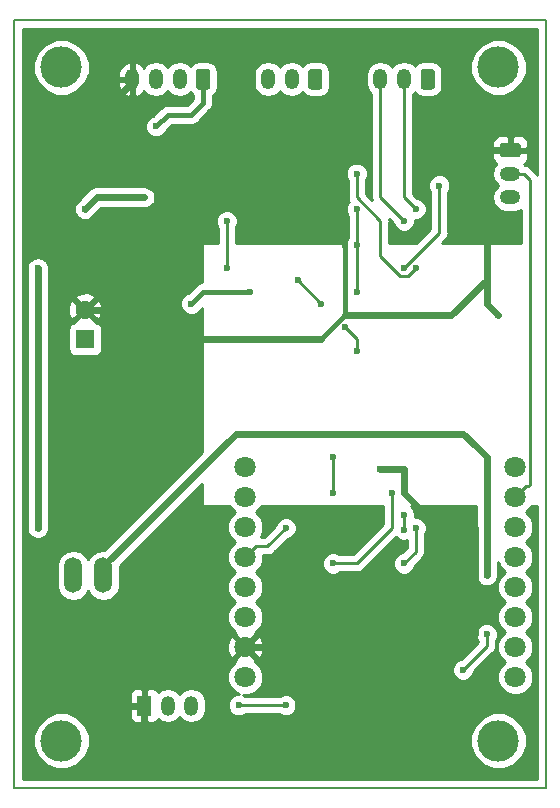
<source format=gbr>
%TF.GenerationSoftware,KiCad,Pcbnew,5.0.0*%
%TF.CreationDate,2018-10-12T22:56:55+01:00*%
%TF.ProjectId,ESP8266_home_battery_controller,455350383236365F686F6D655F626174,rev?*%
%TF.SameCoordinates,Original*%
%TF.FileFunction,Copper,L2,Bot,Signal*%
%TF.FilePolarity,Positive*%
%FSLAX46Y46*%
G04 Gerber Fmt 4.6, Leading zero omitted, Abs format (unit mm)*
G04 Created by KiCad (PCBNEW 5.0.0) date Fri Oct 12 22:56:55 2018*
%MOMM*%
%LPD*%
G01*
G04 APERTURE LIST*
%ADD10C,0.150000*%
%ADD11O,1.200000X1.750000*%
%ADD12C,0.100000*%
%ADD13C,1.200000*%
%ADD14C,1.800000*%
%ADD15C,1.600000*%
%ADD16R,1.600000X1.600000*%
%ADD17O,1.510000X3.010000*%
%ADD18R,1.200000X1.700000*%
%ADD19O,1.200000X1.700000*%
%ADD20C,3.500000*%
%ADD21O,1.750000X1.200000*%
%ADD22C,0.600000*%
%ADD23C,0.600000*%
%ADD24C,0.400000*%
%ADD25C,0.250000*%
%ADD26C,0.254000*%
G04 APERTURE END LIST*
D10*
X150000000Y-55000000D02*
X195000000Y-55000000D01*
X150000000Y-120000000D02*
X150000000Y-55000000D01*
X195000000Y-120000000D02*
X150000000Y-120000000D01*
X195000000Y-55000000D02*
X195000000Y-120000000D01*
D11*
X181000000Y-60000000D03*
X183000000Y-60000000D03*
D12*
G36*
X185374505Y-59126204D02*
X185398773Y-59129804D01*
X185422572Y-59135765D01*
X185445671Y-59144030D01*
X185467850Y-59154520D01*
X185488893Y-59167132D01*
X185508599Y-59181747D01*
X185526777Y-59198223D01*
X185543253Y-59216401D01*
X185557868Y-59236107D01*
X185570480Y-59257150D01*
X185580970Y-59279329D01*
X185589235Y-59302428D01*
X185595196Y-59326227D01*
X185598796Y-59350495D01*
X185600000Y-59374999D01*
X185600000Y-60625001D01*
X185598796Y-60649505D01*
X185595196Y-60673773D01*
X185589235Y-60697572D01*
X185580970Y-60720671D01*
X185570480Y-60742850D01*
X185557868Y-60763893D01*
X185543253Y-60783599D01*
X185526777Y-60801777D01*
X185508599Y-60818253D01*
X185488893Y-60832868D01*
X185467850Y-60845480D01*
X185445671Y-60855970D01*
X185422572Y-60864235D01*
X185398773Y-60870196D01*
X185374505Y-60873796D01*
X185350001Y-60875000D01*
X184649999Y-60875000D01*
X184625495Y-60873796D01*
X184601227Y-60870196D01*
X184577428Y-60864235D01*
X184554329Y-60855970D01*
X184532150Y-60845480D01*
X184511107Y-60832868D01*
X184491401Y-60818253D01*
X184473223Y-60801777D01*
X184456747Y-60783599D01*
X184442132Y-60763893D01*
X184429520Y-60742850D01*
X184419030Y-60720671D01*
X184410765Y-60697572D01*
X184404804Y-60673773D01*
X184401204Y-60649505D01*
X184400000Y-60625001D01*
X184400000Y-59374999D01*
X184401204Y-59350495D01*
X184404804Y-59326227D01*
X184410765Y-59302428D01*
X184419030Y-59279329D01*
X184429520Y-59257150D01*
X184442132Y-59236107D01*
X184456747Y-59216401D01*
X184473223Y-59198223D01*
X184491401Y-59181747D01*
X184511107Y-59167132D01*
X184532150Y-59154520D01*
X184554329Y-59144030D01*
X184577428Y-59135765D01*
X184601227Y-59129804D01*
X184625495Y-59126204D01*
X184649999Y-59125000D01*
X185350001Y-59125000D01*
X185374505Y-59126204D01*
X185374505Y-59126204D01*
G37*
D13*
X185000000Y-60000000D03*
D11*
X171500000Y-60000000D03*
X173500000Y-60000000D03*
D12*
G36*
X175874505Y-59126204D02*
X175898773Y-59129804D01*
X175922572Y-59135765D01*
X175945671Y-59144030D01*
X175967850Y-59154520D01*
X175988893Y-59167132D01*
X176008599Y-59181747D01*
X176026777Y-59198223D01*
X176043253Y-59216401D01*
X176057868Y-59236107D01*
X176070480Y-59257150D01*
X176080970Y-59279329D01*
X176089235Y-59302428D01*
X176095196Y-59326227D01*
X176098796Y-59350495D01*
X176100000Y-59374999D01*
X176100000Y-60625001D01*
X176098796Y-60649505D01*
X176095196Y-60673773D01*
X176089235Y-60697572D01*
X176080970Y-60720671D01*
X176070480Y-60742850D01*
X176057868Y-60763893D01*
X176043253Y-60783599D01*
X176026777Y-60801777D01*
X176008599Y-60818253D01*
X175988893Y-60832868D01*
X175967850Y-60845480D01*
X175945671Y-60855970D01*
X175922572Y-60864235D01*
X175898773Y-60870196D01*
X175874505Y-60873796D01*
X175850001Y-60875000D01*
X175149999Y-60875000D01*
X175125495Y-60873796D01*
X175101227Y-60870196D01*
X175077428Y-60864235D01*
X175054329Y-60855970D01*
X175032150Y-60845480D01*
X175011107Y-60832868D01*
X174991401Y-60818253D01*
X174973223Y-60801777D01*
X174956747Y-60783599D01*
X174942132Y-60763893D01*
X174929520Y-60742850D01*
X174919030Y-60720671D01*
X174910765Y-60697572D01*
X174904804Y-60673773D01*
X174901204Y-60649505D01*
X174900000Y-60625001D01*
X174900000Y-59374999D01*
X174901204Y-59350495D01*
X174904804Y-59326227D01*
X174910765Y-59302428D01*
X174919030Y-59279329D01*
X174929520Y-59257150D01*
X174942132Y-59236107D01*
X174956747Y-59216401D01*
X174973223Y-59198223D01*
X174991401Y-59181747D01*
X175011107Y-59167132D01*
X175032150Y-59154520D01*
X175054329Y-59144030D01*
X175077428Y-59135765D01*
X175101227Y-59129804D01*
X175125495Y-59126204D01*
X175149999Y-59125000D01*
X175850001Y-59125000D01*
X175874505Y-59126204D01*
X175874505Y-59126204D01*
G37*
D13*
X175500000Y-60000000D03*
D11*
X160000000Y-60000000D03*
X162000000Y-60000000D03*
X164000000Y-60000000D03*
D12*
G36*
X166374505Y-59126204D02*
X166398773Y-59129804D01*
X166422572Y-59135765D01*
X166445671Y-59144030D01*
X166467850Y-59154520D01*
X166488893Y-59167132D01*
X166508599Y-59181747D01*
X166526777Y-59198223D01*
X166543253Y-59216401D01*
X166557868Y-59236107D01*
X166570480Y-59257150D01*
X166580970Y-59279329D01*
X166589235Y-59302428D01*
X166595196Y-59326227D01*
X166598796Y-59350495D01*
X166600000Y-59374999D01*
X166600000Y-60625001D01*
X166598796Y-60649505D01*
X166595196Y-60673773D01*
X166589235Y-60697572D01*
X166580970Y-60720671D01*
X166570480Y-60742850D01*
X166557868Y-60763893D01*
X166543253Y-60783599D01*
X166526777Y-60801777D01*
X166508599Y-60818253D01*
X166488893Y-60832868D01*
X166467850Y-60845480D01*
X166445671Y-60855970D01*
X166422572Y-60864235D01*
X166398773Y-60870196D01*
X166374505Y-60873796D01*
X166350001Y-60875000D01*
X165649999Y-60875000D01*
X165625495Y-60873796D01*
X165601227Y-60870196D01*
X165577428Y-60864235D01*
X165554329Y-60855970D01*
X165532150Y-60845480D01*
X165511107Y-60832868D01*
X165491401Y-60818253D01*
X165473223Y-60801777D01*
X165456747Y-60783599D01*
X165442132Y-60763893D01*
X165429520Y-60742850D01*
X165419030Y-60720671D01*
X165410765Y-60697572D01*
X165404804Y-60673773D01*
X165401204Y-60649505D01*
X165400000Y-60625001D01*
X165400000Y-59374999D01*
X165401204Y-59350495D01*
X165404804Y-59326227D01*
X165410765Y-59302428D01*
X165419030Y-59279329D01*
X165429520Y-59257150D01*
X165442132Y-59236107D01*
X165456747Y-59216401D01*
X165473223Y-59198223D01*
X165491401Y-59181747D01*
X165511107Y-59167132D01*
X165532150Y-59154520D01*
X165554329Y-59144030D01*
X165577428Y-59135765D01*
X165601227Y-59129804D01*
X165625495Y-59126204D01*
X165649999Y-59125000D01*
X166350001Y-59125000D01*
X166374505Y-59126204D01*
X166374505Y-59126204D01*
G37*
D13*
X166000000Y-60000000D03*
D14*
X169570000Y-92840000D03*
X169570000Y-95380000D03*
X169570000Y-97920000D03*
X169570000Y-100460000D03*
X169570000Y-103000000D03*
X169570000Y-105540000D03*
X169570000Y-108080000D03*
X169570000Y-110620000D03*
X192430000Y-110620000D03*
X192430000Y-108080000D03*
X192430000Y-105540000D03*
X192430000Y-103000000D03*
X192430000Y-100460000D03*
X192430000Y-97920000D03*
X192430000Y-95380000D03*
X192430000Y-92840000D03*
D15*
X156000000Y-79500000D03*
D16*
X156000000Y-82000000D03*
D17*
X155000000Y-102000000D03*
X157540000Y-102000000D03*
D18*
X161000000Y-113030000D03*
D19*
X163000000Y-113030000D03*
X165000000Y-113030000D03*
D20*
X154000000Y-59000000D03*
X191000000Y-59000000D03*
X191000000Y-116000000D03*
X154000000Y-116000000D03*
D12*
G36*
X192649505Y-65401204D02*
X192673773Y-65404804D01*
X192697572Y-65410765D01*
X192720671Y-65419030D01*
X192742850Y-65429520D01*
X192763893Y-65442132D01*
X192783599Y-65456747D01*
X192801777Y-65473223D01*
X192818253Y-65491401D01*
X192832868Y-65511107D01*
X192845480Y-65532150D01*
X192855970Y-65554329D01*
X192864235Y-65577428D01*
X192870196Y-65601227D01*
X192873796Y-65625495D01*
X192875000Y-65649999D01*
X192875000Y-66350001D01*
X192873796Y-66374505D01*
X192870196Y-66398773D01*
X192864235Y-66422572D01*
X192855970Y-66445671D01*
X192845480Y-66467850D01*
X192832868Y-66488893D01*
X192818253Y-66508599D01*
X192801777Y-66526777D01*
X192783599Y-66543253D01*
X192763893Y-66557868D01*
X192742850Y-66570480D01*
X192720671Y-66580970D01*
X192697572Y-66589235D01*
X192673773Y-66595196D01*
X192649505Y-66598796D01*
X192625001Y-66600000D01*
X191374999Y-66600000D01*
X191350495Y-66598796D01*
X191326227Y-66595196D01*
X191302428Y-66589235D01*
X191279329Y-66580970D01*
X191257150Y-66570480D01*
X191236107Y-66557868D01*
X191216401Y-66543253D01*
X191198223Y-66526777D01*
X191181747Y-66508599D01*
X191167132Y-66488893D01*
X191154520Y-66467850D01*
X191144030Y-66445671D01*
X191135765Y-66422572D01*
X191129804Y-66398773D01*
X191126204Y-66374505D01*
X191125000Y-66350001D01*
X191125000Y-65649999D01*
X191126204Y-65625495D01*
X191129804Y-65601227D01*
X191135765Y-65577428D01*
X191144030Y-65554329D01*
X191154520Y-65532150D01*
X191167132Y-65511107D01*
X191181747Y-65491401D01*
X191198223Y-65473223D01*
X191216401Y-65456747D01*
X191236107Y-65442132D01*
X191257150Y-65429520D01*
X191279329Y-65419030D01*
X191302428Y-65410765D01*
X191326227Y-65404804D01*
X191350495Y-65401204D01*
X191374999Y-65400000D01*
X192625001Y-65400000D01*
X192649505Y-65401204D01*
X192649505Y-65401204D01*
G37*
D13*
X192000000Y-66000000D03*
D21*
X192000000Y-68000000D03*
X192000000Y-70000000D03*
D22*
X189000000Y-98000000D03*
X181000000Y-93000000D03*
X163000000Y-94000000D03*
X164000000Y-82000000D03*
X176000000Y-82000000D03*
X178000000Y-74000000D03*
X190000000Y-77000000D03*
X191000000Y-80000000D03*
X186000000Y-98000000D03*
X184000000Y-108000000D03*
X190000000Y-107000000D03*
X188000000Y-110000000D03*
X173000000Y-113000000D03*
X169000000Y-113000000D03*
X183000000Y-98125000D03*
X183000000Y-96875000D03*
X190000000Y-102000000D03*
X177000000Y-90000000D03*
X188000000Y-90000000D03*
X162000000Y-64000000D03*
X152000000Y-98000000D03*
X152000000Y-76000000D03*
X156000000Y-71000000D03*
X161000000Y-70000000D03*
X173000000Y-98000000D03*
X179000000Y-83000000D03*
X178000000Y-81000000D03*
X176000000Y-79000000D03*
X174000000Y-77000000D03*
X168000000Y-76000000D03*
X168000000Y-72000000D03*
X184000000Y-71000000D03*
X183000000Y-72000000D03*
X177000000Y-92000000D03*
X177000000Y-95000000D03*
X170000000Y-78000000D03*
X165000000Y-79000000D03*
X179000000Y-71000000D03*
X179000000Y-74000000D03*
X179000000Y-77999954D03*
X179000000Y-68000000D03*
X184000000Y-76000000D03*
X186000000Y-69000000D03*
X183000000Y-76000000D03*
X177000000Y-101000000D03*
X182000000Y-95000000D03*
X183000000Y-101000000D03*
X184000000Y-98000000D03*
D23*
X161000000Y-113030000D02*
X161000000Y-116000000D01*
X161000000Y-116000000D02*
X163000000Y-118000000D01*
X163000000Y-118000000D02*
X172000000Y-118000000D01*
X172000000Y-118000000D02*
X174000000Y-116000000D01*
X174000000Y-116000000D02*
X174000000Y-110000000D01*
X174000000Y-110000000D02*
X172000000Y-108000000D01*
X171920000Y-108080000D02*
X169570000Y-108080000D01*
X172000000Y-108000000D02*
X171920000Y-108080000D01*
X189000000Y-98000000D02*
X189000000Y-107000000D01*
X189000000Y-107000000D02*
X186000000Y-110000000D01*
X181000000Y-93000000D02*
X183000000Y-93000000D01*
X183000000Y-93000000D02*
X183000000Y-95000000D01*
X183000000Y-95000000D02*
X186000000Y-98000000D01*
X186000000Y-98000000D02*
X189000000Y-98000000D01*
X159800000Y-113030000D02*
X155770000Y-109000000D01*
X161000000Y-113030000D02*
X159800000Y-113030000D01*
X155770000Y-109000000D02*
X153000000Y-109000000D01*
X153000000Y-109000000D02*
X152000000Y-108000000D01*
X152000000Y-108000000D02*
X152000000Y-100000000D01*
X152000000Y-100000000D02*
X156000000Y-96000000D01*
X156000000Y-96000000D02*
X161000000Y-96000000D01*
X161000000Y-96000000D02*
X163000000Y-94000000D01*
X163000000Y-94000000D02*
X163000000Y-90000000D01*
X163000000Y-90000000D02*
X160000000Y-87000000D01*
X159500000Y-79500000D02*
X156000000Y-79500000D01*
X160000000Y-80000000D02*
X159500000Y-79500000D01*
X164000000Y-82000000D02*
X160000000Y-82000000D01*
X160000000Y-87000000D02*
X160000000Y-82000000D01*
X160000000Y-82000000D02*
X160000000Y-80000000D01*
X164000000Y-82000000D02*
X176000000Y-82000000D01*
X154000000Y-66800000D02*
X154000000Y-77500000D01*
X154000000Y-77500000D02*
X156000000Y-79500000D01*
X158800000Y-62000000D02*
X154000000Y-66800000D01*
D24*
X176000000Y-82000000D02*
X178000000Y-80000000D01*
X178000000Y-80000000D02*
X178000000Y-74000000D01*
D23*
X178000000Y-80000000D02*
X185000000Y-80000000D01*
X185000000Y-80000000D02*
X187000000Y-80000000D01*
X187000000Y-80000000D02*
X190000000Y-77000000D01*
X190000000Y-71815998D02*
X189000000Y-70815998D01*
X190000000Y-77000000D02*
X190000000Y-71815998D01*
X189000000Y-70815998D02*
X189000000Y-67000000D01*
X190000000Y-66000000D02*
X192000000Y-66000000D01*
X189000000Y-67000000D02*
X190000000Y-66000000D01*
X190000000Y-77000000D02*
X190000000Y-79000000D01*
X190000000Y-79000000D02*
X191000000Y-80000000D01*
X160000000Y-60275000D02*
X160000000Y-60000000D01*
X158800000Y-61475000D02*
X160000000Y-60275000D01*
X158800000Y-62000000D02*
X158800000Y-61475000D01*
D25*
X184000000Y-108000000D02*
X184000000Y-110000000D01*
D23*
X186000000Y-110000000D02*
X184000000Y-110000000D01*
X184000000Y-110000000D02*
X174000000Y-110000000D01*
D25*
X190000000Y-107000000D02*
X190000000Y-108000000D01*
X190000000Y-108000000D02*
X188000000Y-110000000D01*
X173000000Y-113000000D02*
X169000000Y-113000000D01*
X183000000Y-98125000D02*
X183000000Y-96875000D01*
D23*
X190000000Y-102000000D02*
X190000000Y-92000000D01*
X190000000Y-92000000D02*
X189000000Y-91000000D01*
X189000000Y-91000000D02*
X188000000Y-90000000D01*
X188000000Y-90000000D02*
X183000000Y-90000000D01*
D25*
X157540000Y-101250000D02*
X157540000Y-102000000D01*
D23*
X168790000Y-90000000D02*
X157540000Y-101250000D01*
X171000000Y-90000000D02*
X168790000Y-90000000D01*
X171000000Y-90000000D02*
X177000000Y-90000000D01*
X177000000Y-90000000D02*
X183000000Y-90000000D01*
D24*
X162000000Y-64000000D02*
X163000000Y-63000000D01*
X163000000Y-63000000D02*
X165000000Y-63000000D01*
X166000000Y-62000000D02*
X166000000Y-60000000D01*
X165000000Y-63000000D02*
X166000000Y-62000000D01*
D23*
X152000000Y-98000000D02*
X152000000Y-76000000D01*
X156000000Y-71000000D02*
X157000000Y-70000000D01*
X157000000Y-70000000D02*
X161000000Y-70000000D01*
D25*
X170469999Y-99560001D02*
X171439999Y-99560001D01*
X169570000Y-100460000D02*
X170469999Y-99560001D01*
X171439999Y-99560001D02*
X173000000Y-98000000D01*
X179000000Y-83000000D02*
X179000000Y-82000000D01*
X179000000Y-82000000D02*
X178000000Y-81000000D01*
X176000000Y-79000000D02*
X174000000Y-77000000D01*
X168000000Y-76000000D02*
X168000000Y-72000000D01*
X183000000Y-70000000D02*
X183000000Y-60000000D01*
X184000000Y-71000000D02*
X184000000Y-71000000D01*
X184000000Y-71000000D02*
X183000000Y-70000000D01*
X183000000Y-72000000D02*
X183000000Y-72000000D01*
X181000000Y-70000000D02*
X181000000Y-63000000D01*
X181000000Y-63000000D02*
X181000000Y-60000000D01*
X183000000Y-72000000D02*
X181000000Y-70000000D01*
X177000000Y-92000000D02*
X177000000Y-95000000D01*
D24*
X170000000Y-78000000D02*
X167000000Y-78000000D01*
X167000000Y-78000000D02*
X166000000Y-78000000D01*
X166000000Y-78000000D02*
X165000000Y-79000000D01*
D25*
X179000000Y-74000000D02*
X179000000Y-71000000D01*
X179000000Y-74000000D02*
X179000000Y-77999954D01*
X179000000Y-70000000D02*
X179000000Y-68000000D01*
X179000000Y-70000000D02*
X181000000Y-72000000D01*
X181000000Y-72000000D02*
X181000000Y-75000000D01*
X183374999Y-76625001D02*
X184000000Y-76000000D01*
X181000000Y-75000000D02*
X182625001Y-76625001D01*
X182625001Y-76625001D02*
X183374999Y-76625001D01*
X186000000Y-69000000D02*
X186000000Y-73000000D01*
X186000000Y-73000000D02*
X183000000Y-76000000D01*
X177000000Y-101000000D02*
X179000000Y-101000000D01*
X179000000Y-101000000D02*
X182000000Y-98000000D01*
X182000000Y-98000000D02*
X182000000Y-95000000D01*
X183000000Y-101000000D02*
X184000000Y-100000000D01*
X184000000Y-98424264D02*
X184000000Y-98000000D01*
X184000000Y-100000000D02*
X184000000Y-98424264D01*
X193655001Y-68530001D02*
X193125000Y-68000000D01*
X193655001Y-94344999D02*
X193655001Y-68530001D01*
X193519999Y-94480001D02*
X193655001Y-94344999D01*
X193329999Y-94480001D02*
X193519999Y-94480001D01*
X193125000Y-68000000D02*
X192000000Y-68000000D01*
X192430000Y-95380000D02*
X193329999Y-94480001D01*
D26*
G36*
X194290000Y-68112382D02*
X194202930Y-67982072D01*
X194139473Y-67939672D01*
X193715331Y-67515530D01*
X193672929Y-67452071D01*
X193421537Y-67284096D01*
X193260576Y-67252079D01*
X193195436Y-67154590D01*
X193234699Y-67138327D01*
X193413327Y-66959698D01*
X193510000Y-66726309D01*
X193510000Y-66285750D01*
X193351250Y-66127000D01*
X192127000Y-66127000D01*
X192127000Y-66147000D01*
X191873000Y-66147000D01*
X191873000Y-66127000D01*
X190648750Y-66127000D01*
X190490000Y-66285750D01*
X190490000Y-66726309D01*
X190586673Y-66959698D01*
X190765301Y-67138327D01*
X190804564Y-67154590D01*
X190561656Y-67518127D01*
X190465805Y-68000000D01*
X190561656Y-68481873D01*
X190834615Y-68890385D01*
X190998665Y-69000000D01*
X190834615Y-69109615D01*
X190561656Y-69518127D01*
X190465805Y-70000000D01*
X190561656Y-70481873D01*
X190834615Y-70890385D01*
X191243127Y-71163344D01*
X191603364Y-71235000D01*
X192396636Y-71235000D01*
X192756873Y-71163344D01*
X192895002Y-71071049D01*
X192895002Y-73873000D01*
X186201802Y-73873000D01*
X186484473Y-73590329D01*
X186547929Y-73547929D01*
X186611979Y-73452071D01*
X186715904Y-73296538D01*
X186725480Y-73248395D01*
X186760000Y-73074852D01*
X186760000Y-73074848D01*
X186774888Y-73000000D01*
X186760000Y-72925152D01*
X186760000Y-69562290D01*
X186792655Y-69529635D01*
X186935000Y-69185983D01*
X186935000Y-68814017D01*
X186792655Y-68470365D01*
X186529635Y-68207345D01*
X186185983Y-68065000D01*
X185814017Y-68065000D01*
X185470365Y-68207345D01*
X185207345Y-68470365D01*
X185065000Y-68814017D01*
X185065000Y-69185983D01*
X185207345Y-69529635D01*
X185240000Y-69562290D01*
X185240001Y-72685197D01*
X184052198Y-73873000D01*
X181760000Y-73873000D01*
X181760000Y-72074846D01*
X181774888Y-71999999D01*
X181760000Y-71925152D01*
X181760000Y-71925148D01*
X181737567Y-71812368D01*
X182065000Y-72139802D01*
X182065000Y-72185983D01*
X182207345Y-72529635D01*
X182470365Y-72792655D01*
X182814017Y-72935000D01*
X183185983Y-72935000D01*
X183529635Y-72792655D01*
X183792655Y-72529635D01*
X183935000Y-72185983D01*
X183935000Y-71935000D01*
X184185983Y-71935000D01*
X184529635Y-71792655D01*
X184792655Y-71529635D01*
X184935000Y-71185983D01*
X184935000Y-70814017D01*
X184792655Y-70470365D01*
X184529635Y-70207345D01*
X184185983Y-70065000D01*
X184139802Y-70065000D01*
X183760000Y-69685199D01*
X183760000Y-65273691D01*
X190490000Y-65273691D01*
X190490000Y-65714250D01*
X190648750Y-65873000D01*
X191873000Y-65873000D01*
X191873000Y-64923750D01*
X192127000Y-64923750D01*
X192127000Y-65873000D01*
X193351250Y-65873000D01*
X193510000Y-65714250D01*
X193510000Y-65273691D01*
X193413327Y-65040302D01*
X193234699Y-64861673D01*
X193001310Y-64765000D01*
X192285750Y-64765000D01*
X192127000Y-64923750D01*
X191873000Y-64923750D01*
X191714250Y-64765000D01*
X190998690Y-64765000D01*
X190765301Y-64861673D01*
X190586673Y-65040302D01*
X190490000Y-65273691D01*
X183760000Y-65273691D01*
X183760000Y-61252505D01*
X183890385Y-61165385D01*
X183921428Y-61118926D01*
X184015414Y-61259586D01*
X184306564Y-61454127D01*
X184649999Y-61522440D01*
X185350001Y-61522440D01*
X185693436Y-61454127D01*
X185984586Y-61259586D01*
X186179127Y-60968436D01*
X186247440Y-60625001D01*
X186247440Y-59374999D01*
X186179127Y-59031564D01*
X185984586Y-58740414D01*
X185693436Y-58545873D01*
X185591486Y-58525594D01*
X188615000Y-58525594D01*
X188615000Y-59474406D01*
X188978095Y-60350994D01*
X189649006Y-61021905D01*
X190525594Y-61385000D01*
X191474406Y-61385000D01*
X192350994Y-61021905D01*
X193021905Y-60350994D01*
X193385000Y-59474406D01*
X193385000Y-58525594D01*
X193021905Y-57649006D01*
X192350994Y-56978095D01*
X191474406Y-56615000D01*
X190525594Y-56615000D01*
X189649006Y-56978095D01*
X188978095Y-57649006D01*
X188615000Y-58525594D01*
X185591486Y-58525594D01*
X185350001Y-58477560D01*
X184649999Y-58477560D01*
X184306564Y-58545873D01*
X184015414Y-58740414D01*
X183921428Y-58881074D01*
X183890385Y-58834615D01*
X183481873Y-58561656D01*
X183000000Y-58465805D01*
X182518128Y-58561656D01*
X182109616Y-58834615D01*
X182000000Y-58998666D01*
X181890385Y-58834615D01*
X181481873Y-58561656D01*
X181000000Y-58465805D01*
X180518128Y-58561656D01*
X180109616Y-58834615D01*
X179836656Y-59243127D01*
X179765000Y-59603364D01*
X179765000Y-60396635D01*
X179836656Y-60756872D01*
X180109615Y-61165385D01*
X180240001Y-61252506D01*
X180240000Y-63074851D01*
X180240001Y-63074856D01*
X180240000Y-69925153D01*
X180225112Y-70000000D01*
X180240000Y-70074847D01*
X180240000Y-70074851D01*
X180262434Y-70187632D01*
X179760000Y-69685199D01*
X179760000Y-68562290D01*
X179792655Y-68529635D01*
X179935000Y-68185983D01*
X179935000Y-67814017D01*
X179792655Y-67470365D01*
X179529635Y-67207345D01*
X179185983Y-67065000D01*
X178814017Y-67065000D01*
X178470365Y-67207345D01*
X178207345Y-67470365D01*
X178065000Y-67814017D01*
X178065000Y-68185983D01*
X178207345Y-68529635D01*
X178240001Y-68562291D01*
X178240000Y-69925153D01*
X178225112Y-70000000D01*
X178240000Y-70074847D01*
X178240000Y-70074851D01*
X178284096Y-70296536D01*
X178322980Y-70354730D01*
X178207345Y-70470365D01*
X178065000Y-70814017D01*
X178065000Y-71185983D01*
X178207345Y-71529635D01*
X178240001Y-71562291D01*
X178240000Y-73437710D01*
X178207345Y-73470365D01*
X178065000Y-73814017D01*
X178065000Y-73873000D01*
X168760000Y-73873000D01*
X168760000Y-72562290D01*
X168792655Y-72529635D01*
X168935000Y-72185983D01*
X168935000Y-71814017D01*
X168792655Y-71470365D01*
X168529635Y-71207345D01*
X168185983Y-71065000D01*
X167814017Y-71065000D01*
X167470365Y-71207345D01*
X167207345Y-71470365D01*
X167065000Y-71814017D01*
X167065000Y-72185983D01*
X167207345Y-72529635D01*
X167240001Y-72562291D01*
X167240001Y-73873000D01*
X166000000Y-73873000D01*
X165951399Y-73882667D01*
X165910197Y-73910197D01*
X165882667Y-73951399D01*
X165873000Y-74000000D01*
X165873000Y-77173904D01*
X165674199Y-77213448D01*
X165397999Y-77397999D01*
X165351415Y-77467718D01*
X164711788Y-78107344D01*
X164470365Y-78207345D01*
X164207345Y-78470365D01*
X164065000Y-78814017D01*
X164065000Y-79185983D01*
X164207345Y-79529635D01*
X164470365Y-79792655D01*
X164814017Y-79935000D01*
X165185983Y-79935000D01*
X165529635Y-79792655D01*
X165792655Y-79529635D01*
X165873000Y-79335666D01*
X165873000Y-91594711D01*
X157619190Y-99848521D01*
X157540000Y-99832769D01*
X156997649Y-99940649D01*
X156537866Y-100247867D01*
X156270000Y-100648757D01*
X156002133Y-100247866D01*
X155542350Y-99940649D01*
X155000000Y-99832769D01*
X154457649Y-99940649D01*
X153997866Y-100247867D01*
X153690649Y-100707650D01*
X153610000Y-101113101D01*
X153610000Y-102886900D01*
X153690650Y-103292351D01*
X153997867Y-103752134D01*
X154457650Y-104059351D01*
X155000000Y-104167231D01*
X155542351Y-104059351D01*
X156002134Y-103752134D01*
X156270001Y-103351243D01*
X156537867Y-103752134D01*
X156997650Y-104059351D01*
X157540000Y-104167231D01*
X158082351Y-104059351D01*
X158542134Y-103752134D01*
X158849351Y-103292351D01*
X158930000Y-102886900D01*
X158930000Y-101182289D01*
X165873000Y-94239289D01*
X165873000Y-96000000D01*
X165882667Y-96048601D01*
X165910197Y-96089803D01*
X165951399Y-96117333D01*
X166000000Y-96127000D01*
X168217946Y-96127000D01*
X168268690Y-96249507D01*
X168669183Y-96650000D01*
X168268690Y-97050493D01*
X168035000Y-97614670D01*
X168035000Y-98225330D01*
X168268690Y-98789507D01*
X168669183Y-99190000D01*
X168268690Y-99590493D01*
X168035000Y-100154670D01*
X168035000Y-100765330D01*
X168268690Y-101329507D01*
X168669183Y-101730000D01*
X168268690Y-102130493D01*
X168035000Y-102694670D01*
X168035000Y-103305330D01*
X168268690Y-103869507D01*
X168669183Y-104270000D01*
X168268690Y-104670493D01*
X168035000Y-105234670D01*
X168035000Y-105845330D01*
X168268690Y-106409507D01*
X168700493Y-106841310D01*
X168720115Y-106849438D01*
X168669446Y-106999841D01*
X169570000Y-107900395D01*
X170470554Y-106999841D01*
X170419885Y-106849438D01*
X170439507Y-106841310D01*
X170871310Y-106409507D01*
X171105000Y-105845330D01*
X171105000Y-105234670D01*
X170871310Y-104670493D01*
X170470817Y-104270000D01*
X170871310Y-103869507D01*
X171105000Y-103305330D01*
X171105000Y-102694670D01*
X170871310Y-102130493D01*
X170470817Y-101730000D01*
X170871310Y-101329507D01*
X171105000Y-100765330D01*
X171105000Y-100320001D01*
X171365152Y-100320001D01*
X171439999Y-100334889D01*
X171514846Y-100320001D01*
X171514851Y-100320001D01*
X171736536Y-100275905D01*
X171987928Y-100107930D01*
X172030330Y-100044471D01*
X173139802Y-98935000D01*
X173185983Y-98935000D01*
X173529635Y-98792655D01*
X173792655Y-98529635D01*
X173935000Y-98185983D01*
X173935000Y-97814017D01*
X173792655Y-97470365D01*
X173529635Y-97207345D01*
X173185983Y-97065000D01*
X172814017Y-97065000D01*
X172470365Y-97207345D01*
X172207345Y-97470365D01*
X172065000Y-97814017D01*
X172065000Y-97860198D01*
X171125198Y-98800001D01*
X170860816Y-98800001D01*
X170871310Y-98789507D01*
X171105000Y-98225330D01*
X171105000Y-97614670D01*
X170871310Y-97050493D01*
X170470817Y-96650000D01*
X170871310Y-96249507D01*
X170922054Y-96127000D01*
X181240001Y-96127000D01*
X181240000Y-97685198D01*
X178685199Y-100240000D01*
X177562290Y-100240000D01*
X177529635Y-100207345D01*
X177185983Y-100065000D01*
X176814017Y-100065000D01*
X176470365Y-100207345D01*
X176207345Y-100470365D01*
X176065000Y-100814017D01*
X176065000Y-101185983D01*
X176207345Y-101529635D01*
X176470365Y-101792655D01*
X176814017Y-101935000D01*
X177185983Y-101935000D01*
X177529635Y-101792655D01*
X177562290Y-101760000D01*
X178925153Y-101760000D01*
X179000000Y-101774888D01*
X179074847Y-101760000D01*
X179074852Y-101760000D01*
X179296537Y-101715904D01*
X179547929Y-101547929D01*
X179590331Y-101484470D01*
X182313756Y-98761046D01*
X182470365Y-98917655D01*
X182814017Y-99060000D01*
X183185983Y-99060000D01*
X183240001Y-99037625D01*
X183240000Y-99685198D01*
X182860199Y-100065000D01*
X182814017Y-100065000D01*
X182470365Y-100207345D01*
X182207345Y-100470365D01*
X182065000Y-100814017D01*
X182065000Y-101185983D01*
X182207345Y-101529635D01*
X182470365Y-101792655D01*
X182814017Y-101935000D01*
X183185983Y-101935000D01*
X183529635Y-101792655D01*
X183792655Y-101529635D01*
X183935000Y-101185983D01*
X183935000Y-101139801D01*
X184484473Y-100590329D01*
X184547929Y-100547929D01*
X184715904Y-100296537D01*
X184760000Y-100074852D01*
X184760000Y-100074848D01*
X184774888Y-100000000D01*
X184760000Y-99925152D01*
X184760000Y-98562290D01*
X184792655Y-98529635D01*
X184935000Y-98185983D01*
X184935000Y-97814017D01*
X184792655Y-97470365D01*
X184529635Y-97207345D01*
X184185983Y-97065000D01*
X183933336Y-97065000D01*
X183935000Y-97060983D01*
X183935000Y-96689017D01*
X183792655Y-96345365D01*
X183574290Y-96127000D01*
X189065001Y-96127000D01*
X189065000Y-101814017D01*
X189065000Y-102185983D01*
X189100933Y-102272734D01*
X189119250Y-102364818D01*
X189171411Y-102442883D01*
X189207345Y-102529635D01*
X189273741Y-102596031D01*
X189325903Y-102674097D01*
X189403969Y-102726259D01*
X189470365Y-102792655D01*
X189557115Y-102828588D01*
X189635181Y-102880750D01*
X189727267Y-102899067D01*
X189814017Y-102935000D01*
X189907914Y-102935000D01*
X190000000Y-102953317D01*
X190092086Y-102935000D01*
X190185983Y-102935000D01*
X190272734Y-102899067D01*
X190364818Y-102880750D01*
X190442883Y-102828589D01*
X190529635Y-102792655D01*
X190596031Y-102726259D01*
X190674097Y-102674097D01*
X190726259Y-102596031D01*
X190792655Y-102529635D01*
X190828588Y-102442885D01*
X190880750Y-102364819D01*
X190899067Y-102272733D01*
X190935000Y-102185983D01*
X190935000Y-100861898D01*
X191128690Y-101329507D01*
X191529183Y-101730000D01*
X191128690Y-102130493D01*
X190895000Y-102694670D01*
X190895000Y-103305330D01*
X191128690Y-103869507D01*
X191529183Y-104270000D01*
X191128690Y-104670493D01*
X190895000Y-105234670D01*
X190895000Y-105845330D01*
X191128690Y-106409507D01*
X191529183Y-106810000D01*
X191128690Y-107210493D01*
X190895000Y-107774670D01*
X190895000Y-108385330D01*
X191128690Y-108949507D01*
X191529183Y-109350000D01*
X191128690Y-109750493D01*
X190895000Y-110314670D01*
X190895000Y-110925330D01*
X191128690Y-111489507D01*
X191560493Y-111921310D01*
X192124670Y-112155000D01*
X192735330Y-112155000D01*
X193299507Y-111921310D01*
X193731310Y-111489507D01*
X193965000Y-110925330D01*
X193965000Y-110314670D01*
X193731310Y-109750493D01*
X193330817Y-109350000D01*
X193731310Y-108949507D01*
X193965000Y-108385330D01*
X193965000Y-107774670D01*
X193731310Y-107210493D01*
X193330817Y-106810000D01*
X193731310Y-106409507D01*
X193965000Y-105845330D01*
X193965000Y-105234670D01*
X193731310Y-104670493D01*
X193330817Y-104270000D01*
X193731310Y-103869507D01*
X193965000Y-103305330D01*
X193965000Y-102694670D01*
X193731310Y-102130493D01*
X193330817Y-101730000D01*
X193731310Y-101329507D01*
X193965000Y-100765330D01*
X193965000Y-100154670D01*
X193731310Y-99590493D01*
X193330817Y-99190000D01*
X193731310Y-98789507D01*
X193965000Y-98225330D01*
X193965000Y-97614670D01*
X193731310Y-97050493D01*
X193330817Y-96650000D01*
X193731310Y-96249507D01*
X193782054Y-96127000D01*
X194290001Y-96127000D01*
X194290001Y-119290000D01*
X150710000Y-119290000D01*
X150710000Y-115525594D01*
X151615000Y-115525594D01*
X151615000Y-116474406D01*
X151978095Y-117350994D01*
X152649006Y-118021905D01*
X153525594Y-118385000D01*
X154474406Y-118385000D01*
X155350994Y-118021905D01*
X156021905Y-117350994D01*
X156385000Y-116474406D01*
X156385000Y-115525594D01*
X188615000Y-115525594D01*
X188615000Y-116474406D01*
X188978095Y-117350994D01*
X189649006Y-118021905D01*
X190525594Y-118385000D01*
X191474406Y-118385000D01*
X192350994Y-118021905D01*
X193021905Y-117350994D01*
X193385000Y-116474406D01*
X193385000Y-115525594D01*
X193021905Y-114649006D01*
X192350994Y-113978095D01*
X191474406Y-113615000D01*
X190525594Y-113615000D01*
X189649006Y-113978095D01*
X188978095Y-114649006D01*
X188615000Y-115525594D01*
X156385000Y-115525594D01*
X156021905Y-114649006D01*
X155350994Y-113978095D01*
X154474406Y-113615000D01*
X153525594Y-113615000D01*
X152649006Y-113978095D01*
X151978095Y-114649006D01*
X151615000Y-115525594D01*
X150710000Y-115525594D01*
X150710000Y-113315750D01*
X159765000Y-113315750D01*
X159765000Y-114006310D01*
X159861673Y-114239699D01*
X160040302Y-114418327D01*
X160273691Y-114515000D01*
X160714250Y-114515000D01*
X160873000Y-114356250D01*
X160873000Y-113157000D01*
X159923750Y-113157000D01*
X159765000Y-113315750D01*
X150710000Y-113315750D01*
X150710000Y-112053690D01*
X159765000Y-112053690D01*
X159765000Y-112744250D01*
X159923750Y-112903000D01*
X160873000Y-112903000D01*
X160873000Y-111703750D01*
X161127000Y-111703750D01*
X161127000Y-112903000D01*
X161147000Y-112903000D01*
X161147000Y-113157000D01*
X161127000Y-113157000D01*
X161127000Y-114356250D01*
X161285750Y-114515000D01*
X161726309Y-114515000D01*
X161959698Y-114418327D01*
X162138327Y-114239699D01*
X162154590Y-114200436D01*
X162518128Y-114443344D01*
X163000000Y-114539195D01*
X163481873Y-114443344D01*
X163890385Y-114170385D01*
X164000000Y-114006334D01*
X164109616Y-114170385D01*
X164518128Y-114443344D01*
X165000000Y-114539195D01*
X165481873Y-114443344D01*
X165890385Y-114170385D01*
X166163344Y-113761872D01*
X166235000Y-113401635D01*
X166235000Y-112658364D01*
X166163344Y-112298127D01*
X165890385Y-111889615D01*
X165481872Y-111616656D01*
X165000000Y-111520805D01*
X164518127Y-111616656D01*
X164109615Y-111889615D01*
X164000000Y-112053666D01*
X163890385Y-111889615D01*
X163481872Y-111616656D01*
X163000000Y-111520805D01*
X162518127Y-111616656D01*
X162154590Y-111859564D01*
X162138327Y-111820301D01*
X161959698Y-111641673D01*
X161726309Y-111545000D01*
X161285750Y-111545000D01*
X161127000Y-111703750D01*
X160873000Y-111703750D01*
X160714250Y-111545000D01*
X160273691Y-111545000D01*
X160040302Y-111641673D01*
X159861673Y-111820301D01*
X159765000Y-112053690D01*
X150710000Y-112053690D01*
X150710000Y-110314670D01*
X168035000Y-110314670D01*
X168035000Y-110925330D01*
X168268690Y-111489507D01*
X168700493Y-111921310D01*
X169047391Y-112065000D01*
X168814017Y-112065000D01*
X168470365Y-112207345D01*
X168207345Y-112470365D01*
X168065000Y-112814017D01*
X168065000Y-113185983D01*
X168207345Y-113529635D01*
X168470365Y-113792655D01*
X168814017Y-113935000D01*
X169185983Y-113935000D01*
X169529635Y-113792655D01*
X169562290Y-113760000D01*
X172437710Y-113760000D01*
X172470365Y-113792655D01*
X172814017Y-113935000D01*
X173185983Y-113935000D01*
X173529635Y-113792655D01*
X173792655Y-113529635D01*
X173935000Y-113185983D01*
X173935000Y-112814017D01*
X173792655Y-112470365D01*
X173529635Y-112207345D01*
X173185983Y-112065000D01*
X172814017Y-112065000D01*
X172470365Y-112207345D01*
X172437710Y-112240000D01*
X169562290Y-112240000D01*
X169529635Y-112207345D01*
X169403263Y-112155000D01*
X169875330Y-112155000D01*
X170439507Y-111921310D01*
X170871310Y-111489507D01*
X171105000Y-110925330D01*
X171105000Y-110314670D01*
X170897623Y-109814017D01*
X187065000Y-109814017D01*
X187065000Y-110185983D01*
X187207345Y-110529635D01*
X187470365Y-110792655D01*
X187814017Y-110935000D01*
X188185983Y-110935000D01*
X188529635Y-110792655D01*
X188792655Y-110529635D01*
X188935000Y-110185983D01*
X188935000Y-110139801D01*
X190484473Y-108590329D01*
X190547929Y-108547929D01*
X190715904Y-108296537D01*
X190760000Y-108074852D01*
X190760000Y-108074848D01*
X190774888Y-108000001D01*
X190760000Y-107925154D01*
X190760000Y-107562290D01*
X190792655Y-107529635D01*
X190935000Y-107185983D01*
X190935000Y-106814017D01*
X190792655Y-106470365D01*
X190529635Y-106207345D01*
X190185983Y-106065000D01*
X189814017Y-106065000D01*
X189470365Y-106207345D01*
X189207345Y-106470365D01*
X189065000Y-106814017D01*
X189065000Y-107185983D01*
X189207345Y-107529635D01*
X189240001Y-107562291D01*
X189240001Y-107685197D01*
X187860199Y-109065000D01*
X187814017Y-109065000D01*
X187470365Y-109207345D01*
X187207345Y-109470365D01*
X187065000Y-109814017D01*
X170897623Y-109814017D01*
X170871310Y-109750493D01*
X170439507Y-109318690D01*
X170419885Y-109310562D01*
X170470554Y-109160159D01*
X169570000Y-108259605D01*
X168669446Y-109160159D01*
X168720115Y-109310562D01*
X168700493Y-109318690D01*
X168268690Y-109750493D01*
X168035000Y-110314670D01*
X150710000Y-110314670D01*
X150710000Y-107839336D01*
X168023542Y-107839336D01*
X168049161Y-108449460D01*
X168233357Y-108894148D01*
X168489841Y-108980554D01*
X169390395Y-108080000D01*
X169749605Y-108080000D01*
X170650159Y-108980554D01*
X170906643Y-108894148D01*
X171116458Y-108320664D01*
X171090839Y-107710540D01*
X170906643Y-107265852D01*
X170650159Y-107179446D01*
X169749605Y-108080000D01*
X169390395Y-108080000D01*
X168489841Y-107179446D01*
X168233357Y-107265852D01*
X168023542Y-107839336D01*
X150710000Y-107839336D01*
X150710000Y-75814017D01*
X151065000Y-75814017D01*
X151065000Y-76185983D01*
X151065001Y-76185985D01*
X151065000Y-97814017D01*
X151065000Y-98185983D01*
X151100933Y-98272734D01*
X151119250Y-98364818D01*
X151171411Y-98442883D01*
X151207345Y-98529635D01*
X151273741Y-98596031D01*
X151325903Y-98674097D01*
X151403969Y-98726259D01*
X151470365Y-98792655D01*
X151557115Y-98828588D01*
X151635181Y-98880750D01*
X151727267Y-98899067D01*
X151814017Y-98935000D01*
X151907914Y-98935000D01*
X152000000Y-98953317D01*
X152092086Y-98935000D01*
X152185983Y-98935000D01*
X152272734Y-98899067D01*
X152364818Y-98880750D01*
X152442883Y-98828589D01*
X152529635Y-98792655D01*
X152596031Y-98726259D01*
X152674097Y-98674097D01*
X152726259Y-98596031D01*
X152792655Y-98529635D01*
X152828588Y-98442885D01*
X152880750Y-98364819D01*
X152899067Y-98272733D01*
X152935000Y-98185983D01*
X152935000Y-81200000D01*
X154552560Y-81200000D01*
X154552560Y-82800000D01*
X154601843Y-83047765D01*
X154742191Y-83257809D01*
X154952235Y-83398157D01*
X155200000Y-83447440D01*
X156800000Y-83447440D01*
X157047765Y-83398157D01*
X157257809Y-83257809D01*
X157398157Y-83047765D01*
X157447440Y-82800000D01*
X157447440Y-81200000D01*
X157398157Y-80952235D01*
X157257809Y-80742191D01*
X157047765Y-80601843D01*
X156813813Y-80555307D01*
X156828139Y-80507745D01*
X156000000Y-79679605D01*
X155171861Y-80507745D01*
X155186187Y-80555307D01*
X154952235Y-80601843D01*
X154742191Y-80742191D01*
X154601843Y-80952235D01*
X154552560Y-81200000D01*
X152935000Y-81200000D01*
X152935000Y-79283223D01*
X154553035Y-79283223D01*
X154580222Y-79853454D01*
X154746136Y-80254005D01*
X154992255Y-80328139D01*
X155820395Y-79500000D01*
X156179605Y-79500000D01*
X157007745Y-80328139D01*
X157253864Y-80254005D01*
X157446965Y-79716777D01*
X157419778Y-79146546D01*
X157253864Y-78745995D01*
X157007745Y-78671861D01*
X156179605Y-79500000D01*
X155820395Y-79500000D01*
X154992255Y-78671861D01*
X154746136Y-78745995D01*
X154553035Y-79283223D01*
X152935000Y-79283223D01*
X152935000Y-78492255D01*
X155171861Y-78492255D01*
X156000000Y-79320395D01*
X156828139Y-78492255D01*
X156754005Y-78246136D01*
X156216777Y-78053035D01*
X155646546Y-78080222D01*
X155245995Y-78246136D01*
X155171861Y-78492255D01*
X152935000Y-78492255D01*
X152935000Y-75814017D01*
X152899067Y-75727267D01*
X152880750Y-75635181D01*
X152828588Y-75557115D01*
X152792655Y-75470365D01*
X152726259Y-75403969D01*
X152674097Y-75325903D01*
X152596031Y-75273741D01*
X152529635Y-75207345D01*
X152442885Y-75171412D01*
X152364819Y-75119250D01*
X152272733Y-75100933D01*
X152185983Y-75065000D01*
X152092086Y-75065000D01*
X152000000Y-75046683D01*
X151907914Y-75065000D01*
X151814017Y-75065000D01*
X151727266Y-75100933D01*
X151635182Y-75119250D01*
X151557118Y-75171411D01*
X151470365Y-75207345D01*
X151403967Y-75273743D01*
X151325904Y-75325903D01*
X151273744Y-75403966D01*
X151207345Y-75470365D01*
X151171410Y-75557119D01*
X151119251Y-75635181D01*
X151100935Y-75727262D01*
X151065000Y-75814017D01*
X150710000Y-75814017D01*
X150710000Y-71000000D01*
X155046683Y-71000000D01*
X155065000Y-71092086D01*
X155065000Y-71185983D01*
X155100933Y-71272734D01*
X155119250Y-71364818D01*
X155171411Y-71442881D01*
X155207345Y-71529635D01*
X155273745Y-71596035D01*
X155325904Y-71674096D01*
X155403965Y-71726255D01*
X155470365Y-71792655D01*
X155557119Y-71828589D01*
X155635182Y-71880750D01*
X155727266Y-71899067D01*
X155814017Y-71935000D01*
X155907914Y-71935000D01*
X156000000Y-71953317D01*
X156092086Y-71935000D01*
X156185983Y-71935000D01*
X156272734Y-71899067D01*
X156364818Y-71880750D01*
X156442882Y-71828589D01*
X156529635Y-71792655D01*
X156792655Y-71529635D01*
X156792656Y-71529633D01*
X157387289Y-70935000D01*
X161185983Y-70935000D01*
X161272733Y-70899067D01*
X161364819Y-70880750D01*
X161442885Y-70828588D01*
X161529635Y-70792655D01*
X161596031Y-70726259D01*
X161674097Y-70674097D01*
X161726260Y-70596030D01*
X161792655Y-70529635D01*
X161828588Y-70442885D01*
X161880750Y-70364819D01*
X161899067Y-70272733D01*
X161935000Y-70185983D01*
X161935000Y-70092086D01*
X161953317Y-70000000D01*
X161935000Y-69907914D01*
X161935000Y-69814017D01*
X161899067Y-69727267D01*
X161880750Y-69635181D01*
X161828588Y-69557115D01*
X161792655Y-69470365D01*
X161726259Y-69403969D01*
X161674097Y-69325903D01*
X161596031Y-69273741D01*
X161529635Y-69207345D01*
X161442885Y-69171412D01*
X161364819Y-69119250D01*
X161272733Y-69100933D01*
X161185983Y-69065000D01*
X157092086Y-69065000D01*
X157000000Y-69046683D01*
X156907914Y-69065000D01*
X156635181Y-69119250D01*
X156325903Y-69325903D01*
X156273739Y-69403972D01*
X155470367Y-70207344D01*
X155470365Y-70207345D01*
X155207345Y-70470365D01*
X155171411Y-70557118D01*
X155119250Y-70635182D01*
X155100933Y-70727266D01*
X155065000Y-70814017D01*
X155065000Y-70907914D01*
X155046683Y-71000000D01*
X150710000Y-71000000D01*
X150710000Y-58525594D01*
X151615000Y-58525594D01*
X151615000Y-59474406D01*
X151978095Y-60350994D01*
X152649006Y-61021905D01*
X153525594Y-61385000D01*
X154474406Y-61385000D01*
X155350994Y-61021905D01*
X156021905Y-60350994D01*
X156114686Y-60127000D01*
X158765000Y-60127000D01*
X158765000Y-60402000D01*
X158907610Y-60864947D01*
X159216526Y-61238080D01*
X159644719Y-61464592D01*
X159682391Y-61468462D01*
X159873000Y-61343731D01*
X159873000Y-60127000D01*
X158765000Y-60127000D01*
X156114686Y-60127000D01*
X156333805Y-59598000D01*
X158765000Y-59598000D01*
X158765000Y-59873000D01*
X159873000Y-59873000D01*
X159873000Y-58656269D01*
X160127000Y-58656269D01*
X160127000Y-59873000D01*
X160147000Y-59873000D01*
X160147000Y-60127000D01*
X160127000Y-60127000D01*
X160127000Y-61343731D01*
X160317609Y-61468462D01*
X160355281Y-61464592D01*
X160783474Y-61238080D01*
X160990833Y-60987615D01*
X161109615Y-61165385D01*
X161518127Y-61438344D01*
X162000000Y-61534195D01*
X162481872Y-61438344D01*
X162890385Y-61165385D01*
X163000000Y-61001334D01*
X163109615Y-61165385D01*
X163518127Y-61438344D01*
X164000000Y-61534195D01*
X164481872Y-61438344D01*
X164890385Y-61165385D01*
X164921428Y-61118926D01*
X165015414Y-61259586D01*
X165165000Y-61359537D01*
X165165000Y-61654132D01*
X164654133Y-62165000D01*
X163082237Y-62165000D01*
X163000000Y-62148642D01*
X162917763Y-62165000D01*
X162674199Y-62213448D01*
X162397999Y-62397999D01*
X162351415Y-62467717D01*
X161711788Y-63107344D01*
X161470365Y-63207345D01*
X161207345Y-63470365D01*
X161065000Y-63814017D01*
X161065000Y-64185983D01*
X161207345Y-64529635D01*
X161470365Y-64792655D01*
X161814017Y-64935000D01*
X162185983Y-64935000D01*
X162529635Y-64792655D01*
X162792655Y-64529635D01*
X162892656Y-64288212D01*
X163345868Y-63835000D01*
X164917767Y-63835000D01*
X165000000Y-63851357D01*
X165082233Y-63835000D01*
X165082237Y-63835000D01*
X165325801Y-63786552D01*
X165602001Y-63602001D01*
X165648587Y-63532280D01*
X166532283Y-62648585D01*
X166602001Y-62602001D01*
X166786552Y-62325801D01*
X166835000Y-62082237D01*
X166835000Y-62082236D01*
X166851358Y-62000000D01*
X166835000Y-61917763D01*
X166835000Y-61359537D01*
X166984586Y-61259586D01*
X167179127Y-60968436D01*
X167247440Y-60625001D01*
X167247440Y-59603364D01*
X170265000Y-59603364D01*
X170265000Y-60396635D01*
X170336656Y-60756872D01*
X170609615Y-61165385D01*
X171018127Y-61438344D01*
X171500000Y-61534195D01*
X171981872Y-61438344D01*
X172390385Y-61165385D01*
X172500000Y-61001334D01*
X172609615Y-61165385D01*
X173018127Y-61438344D01*
X173500000Y-61534195D01*
X173981872Y-61438344D01*
X174390385Y-61165385D01*
X174421428Y-61118926D01*
X174515414Y-61259586D01*
X174806564Y-61454127D01*
X175149999Y-61522440D01*
X175850001Y-61522440D01*
X176193436Y-61454127D01*
X176484586Y-61259586D01*
X176679127Y-60968436D01*
X176747440Y-60625001D01*
X176747440Y-59374999D01*
X176679127Y-59031564D01*
X176484586Y-58740414D01*
X176193436Y-58545873D01*
X175850001Y-58477560D01*
X175149999Y-58477560D01*
X174806564Y-58545873D01*
X174515414Y-58740414D01*
X174421428Y-58881074D01*
X174390385Y-58834615D01*
X173981873Y-58561656D01*
X173500000Y-58465805D01*
X173018128Y-58561656D01*
X172609616Y-58834615D01*
X172500000Y-58998666D01*
X172390385Y-58834615D01*
X171981873Y-58561656D01*
X171500000Y-58465805D01*
X171018128Y-58561656D01*
X170609616Y-58834615D01*
X170336656Y-59243127D01*
X170265000Y-59603364D01*
X167247440Y-59603364D01*
X167247440Y-59374999D01*
X167179127Y-59031564D01*
X166984586Y-58740414D01*
X166693436Y-58545873D01*
X166350001Y-58477560D01*
X165649999Y-58477560D01*
X165306564Y-58545873D01*
X165015414Y-58740414D01*
X164921428Y-58881074D01*
X164890385Y-58834615D01*
X164481873Y-58561656D01*
X164000000Y-58465805D01*
X163518128Y-58561656D01*
X163109616Y-58834615D01*
X163000000Y-58998666D01*
X162890385Y-58834615D01*
X162481873Y-58561656D01*
X162000000Y-58465805D01*
X161518128Y-58561656D01*
X161109616Y-58834615D01*
X160990833Y-59012385D01*
X160783474Y-58761920D01*
X160355281Y-58535408D01*
X160317609Y-58531538D01*
X160127000Y-58656269D01*
X159873000Y-58656269D01*
X159682391Y-58531538D01*
X159644719Y-58535408D01*
X159216526Y-58761920D01*
X158907610Y-59135053D01*
X158765000Y-59598000D01*
X156333805Y-59598000D01*
X156385000Y-59474406D01*
X156385000Y-58525594D01*
X156021905Y-57649006D01*
X155350994Y-56978095D01*
X154474406Y-56615000D01*
X153525594Y-56615000D01*
X152649006Y-56978095D01*
X151978095Y-57649006D01*
X151615000Y-58525594D01*
X150710000Y-58525594D01*
X150710000Y-55710000D01*
X194290000Y-55710000D01*
X194290000Y-68112382D01*
X194290000Y-68112382D01*
G37*
X194290000Y-68112382D02*
X194202930Y-67982072D01*
X194139473Y-67939672D01*
X193715331Y-67515530D01*
X193672929Y-67452071D01*
X193421537Y-67284096D01*
X193260576Y-67252079D01*
X193195436Y-67154590D01*
X193234699Y-67138327D01*
X193413327Y-66959698D01*
X193510000Y-66726309D01*
X193510000Y-66285750D01*
X193351250Y-66127000D01*
X192127000Y-66127000D01*
X192127000Y-66147000D01*
X191873000Y-66147000D01*
X191873000Y-66127000D01*
X190648750Y-66127000D01*
X190490000Y-66285750D01*
X190490000Y-66726309D01*
X190586673Y-66959698D01*
X190765301Y-67138327D01*
X190804564Y-67154590D01*
X190561656Y-67518127D01*
X190465805Y-68000000D01*
X190561656Y-68481873D01*
X190834615Y-68890385D01*
X190998665Y-69000000D01*
X190834615Y-69109615D01*
X190561656Y-69518127D01*
X190465805Y-70000000D01*
X190561656Y-70481873D01*
X190834615Y-70890385D01*
X191243127Y-71163344D01*
X191603364Y-71235000D01*
X192396636Y-71235000D01*
X192756873Y-71163344D01*
X192895002Y-71071049D01*
X192895002Y-73873000D01*
X186201802Y-73873000D01*
X186484473Y-73590329D01*
X186547929Y-73547929D01*
X186611979Y-73452071D01*
X186715904Y-73296538D01*
X186725480Y-73248395D01*
X186760000Y-73074852D01*
X186760000Y-73074848D01*
X186774888Y-73000000D01*
X186760000Y-72925152D01*
X186760000Y-69562290D01*
X186792655Y-69529635D01*
X186935000Y-69185983D01*
X186935000Y-68814017D01*
X186792655Y-68470365D01*
X186529635Y-68207345D01*
X186185983Y-68065000D01*
X185814017Y-68065000D01*
X185470365Y-68207345D01*
X185207345Y-68470365D01*
X185065000Y-68814017D01*
X185065000Y-69185983D01*
X185207345Y-69529635D01*
X185240000Y-69562290D01*
X185240001Y-72685197D01*
X184052198Y-73873000D01*
X181760000Y-73873000D01*
X181760000Y-72074846D01*
X181774888Y-71999999D01*
X181760000Y-71925152D01*
X181760000Y-71925148D01*
X181737567Y-71812368D01*
X182065000Y-72139802D01*
X182065000Y-72185983D01*
X182207345Y-72529635D01*
X182470365Y-72792655D01*
X182814017Y-72935000D01*
X183185983Y-72935000D01*
X183529635Y-72792655D01*
X183792655Y-72529635D01*
X183935000Y-72185983D01*
X183935000Y-71935000D01*
X184185983Y-71935000D01*
X184529635Y-71792655D01*
X184792655Y-71529635D01*
X184935000Y-71185983D01*
X184935000Y-70814017D01*
X184792655Y-70470365D01*
X184529635Y-70207345D01*
X184185983Y-70065000D01*
X184139802Y-70065000D01*
X183760000Y-69685199D01*
X183760000Y-65273691D01*
X190490000Y-65273691D01*
X190490000Y-65714250D01*
X190648750Y-65873000D01*
X191873000Y-65873000D01*
X191873000Y-64923750D01*
X192127000Y-64923750D01*
X192127000Y-65873000D01*
X193351250Y-65873000D01*
X193510000Y-65714250D01*
X193510000Y-65273691D01*
X193413327Y-65040302D01*
X193234699Y-64861673D01*
X193001310Y-64765000D01*
X192285750Y-64765000D01*
X192127000Y-64923750D01*
X191873000Y-64923750D01*
X191714250Y-64765000D01*
X190998690Y-64765000D01*
X190765301Y-64861673D01*
X190586673Y-65040302D01*
X190490000Y-65273691D01*
X183760000Y-65273691D01*
X183760000Y-61252505D01*
X183890385Y-61165385D01*
X183921428Y-61118926D01*
X184015414Y-61259586D01*
X184306564Y-61454127D01*
X184649999Y-61522440D01*
X185350001Y-61522440D01*
X185693436Y-61454127D01*
X185984586Y-61259586D01*
X186179127Y-60968436D01*
X186247440Y-60625001D01*
X186247440Y-59374999D01*
X186179127Y-59031564D01*
X185984586Y-58740414D01*
X185693436Y-58545873D01*
X185591486Y-58525594D01*
X188615000Y-58525594D01*
X188615000Y-59474406D01*
X188978095Y-60350994D01*
X189649006Y-61021905D01*
X190525594Y-61385000D01*
X191474406Y-61385000D01*
X192350994Y-61021905D01*
X193021905Y-60350994D01*
X193385000Y-59474406D01*
X193385000Y-58525594D01*
X193021905Y-57649006D01*
X192350994Y-56978095D01*
X191474406Y-56615000D01*
X190525594Y-56615000D01*
X189649006Y-56978095D01*
X188978095Y-57649006D01*
X188615000Y-58525594D01*
X185591486Y-58525594D01*
X185350001Y-58477560D01*
X184649999Y-58477560D01*
X184306564Y-58545873D01*
X184015414Y-58740414D01*
X183921428Y-58881074D01*
X183890385Y-58834615D01*
X183481873Y-58561656D01*
X183000000Y-58465805D01*
X182518128Y-58561656D01*
X182109616Y-58834615D01*
X182000000Y-58998666D01*
X181890385Y-58834615D01*
X181481873Y-58561656D01*
X181000000Y-58465805D01*
X180518128Y-58561656D01*
X180109616Y-58834615D01*
X179836656Y-59243127D01*
X179765000Y-59603364D01*
X179765000Y-60396635D01*
X179836656Y-60756872D01*
X180109615Y-61165385D01*
X180240001Y-61252506D01*
X180240000Y-63074851D01*
X180240001Y-63074856D01*
X180240000Y-69925153D01*
X180225112Y-70000000D01*
X180240000Y-70074847D01*
X180240000Y-70074851D01*
X180262434Y-70187632D01*
X179760000Y-69685199D01*
X179760000Y-68562290D01*
X179792655Y-68529635D01*
X179935000Y-68185983D01*
X179935000Y-67814017D01*
X179792655Y-67470365D01*
X179529635Y-67207345D01*
X179185983Y-67065000D01*
X178814017Y-67065000D01*
X178470365Y-67207345D01*
X178207345Y-67470365D01*
X178065000Y-67814017D01*
X178065000Y-68185983D01*
X178207345Y-68529635D01*
X178240001Y-68562291D01*
X178240000Y-69925153D01*
X178225112Y-70000000D01*
X178240000Y-70074847D01*
X178240000Y-70074851D01*
X178284096Y-70296536D01*
X178322980Y-70354730D01*
X178207345Y-70470365D01*
X178065000Y-70814017D01*
X178065000Y-71185983D01*
X178207345Y-71529635D01*
X178240001Y-71562291D01*
X178240000Y-73437710D01*
X178207345Y-73470365D01*
X178065000Y-73814017D01*
X178065000Y-73873000D01*
X168760000Y-73873000D01*
X168760000Y-72562290D01*
X168792655Y-72529635D01*
X168935000Y-72185983D01*
X168935000Y-71814017D01*
X168792655Y-71470365D01*
X168529635Y-71207345D01*
X168185983Y-71065000D01*
X167814017Y-71065000D01*
X167470365Y-71207345D01*
X167207345Y-71470365D01*
X167065000Y-71814017D01*
X167065000Y-72185983D01*
X167207345Y-72529635D01*
X167240001Y-72562291D01*
X167240001Y-73873000D01*
X166000000Y-73873000D01*
X165951399Y-73882667D01*
X165910197Y-73910197D01*
X165882667Y-73951399D01*
X165873000Y-74000000D01*
X165873000Y-77173904D01*
X165674199Y-77213448D01*
X165397999Y-77397999D01*
X165351415Y-77467718D01*
X164711788Y-78107344D01*
X164470365Y-78207345D01*
X164207345Y-78470365D01*
X164065000Y-78814017D01*
X164065000Y-79185983D01*
X164207345Y-79529635D01*
X164470365Y-79792655D01*
X164814017Y-79935000D01*
X165185983Y-79935000D01*
X165529635Y-79792655D01*
X165792655Y-79529635D01*
X165873000Y-79335666D01*
X165873000Y-91594711D01*
X157619190Y-99848521D01*
X157540000Y-99832769D01*
X156997649Y-99940649D01*
X156537866Y-100247867D01*
X156270000Y-100648757D01*
X156002133Y-100247866D01*
X155542350Y-99940649D01*
X155000000Y-99832769D01*
X154457649Y-99940649D01*
X153997866Y-100247867D01*
X153690649Y-100707650D01*
X153610000Y-101113101D01*
X153610000Y-102886900D01*
X153690650Y-103292351D01*
X153997867Y-103752134D01*
X154457650Y-104059351D01*
X155000000Y-104167231D01*
X155542351Y-104059351D01*
X156002134Y-103752134D01*
X156270001Y-103351243D01*
X156537867Y-103752134D01*
X156997650Y-104059351D01*
X157540000Y-104167231D01*
X158082351Y-104059351D01*
X158542134Y-103752134D01*
X158849351Y-103292351D01*
X158930000Y-102886900D01*
X158930000Y-101182289D01*
X165873000Y-94239289D01*
X165873000Y-96000000D01*
X165882667Y-96048601D01*
X165910197Y-96089803D01*
X165951399Y-96117333D01*
X166000000Y-96127000D01*
X168217946Y-96127000D01*
X168268690Y-96249507D01*
X168669183Y-96650000D01*
X168268690Y-97050493D01*
X168035000Y-97614670D01*
X168035000Y-98225330D01*
X168268690Y-98789507D01*
X168669183Y-99190000D01*
X168268690Y-99590493D01*
X168035000Y-100154670D01*
X168035000Y-100765330D01*
X168268690Y-101329507D01*
X168669183Y-101730000D01*
X168268690Y-102130493D01*
X168035000Y-102694670D01*
X168035000Y-103305330D01*
X168268690Y-103869507D01*
X168669183Y-104270000D01*
X168268690Y-104670493D01*
X168035000Y-105234670D01*
X168035000Y-105845330D01*
X168268690Y-106409507D01*
X168700493Y-106841310D01*
X168720115Y-106849438D01*
X168669446Y-106999841D01*
X169570000Y-107900395D01*
X170470554Y-106999841D01*
X170419885Y-106849438D01*
X170439507Y-106841310D01*
X170871310Y-106409507D01*
X171105000Y-105845330D01*
X171105000Y-105234670D01*
X170871310Y-104670493D01*
X170470817Y-104270000D01*
X170871310Y-103869507D01*
X171105000Y-103305330D01*
X171105000Y-102694670D01*
X170871310Y-102130493D01*
X170470817Y-101730000D01*
X170871310Y-101329507D01*
X171105000Y-100765330D01*
X171105000Y-100320001D01*
X171365152Y-100320001D01*
X171439999Y-100334889D01*
X171514846Y-100320001D01*
X171514851Y-100320001D01*
X171736536Y-100275905D01*
X171987928Y-100107930D01*
X172030330Y-100044471D01*
X173139802Y-98935000D01*
X173185983Y-98935000D01*
X173529635Y-98792655D01*
X173792655Y-98529635D01*
X173935000Y-98185983D01*
X173935000Y-97814017D01*
X173792655Y-97470365D01*
X173529635Y-97207345D01*
X173185983Y-97065000D01*
X172814017Y-97065000D01*
X172470365Y-97207345D01*
X172207345Y-97470365D01*
X172065000Y-97814017D01*
X172065000Y-97860198D01*
X171125198Y-98800001D01*
X170860816Y-98800001D01*
X170871310Y-98789507D01*
X171105000Y-98225330D01*
X171105000Y-97614670D01*
X170871310Y-97050493D01*
X170470817Y-96650000D01*
X170871310Y-96249507D01*
X170922054Y-96127000D01*
X181240001Y-96127000D01*
X181240000Y-97685198D01*
X178685199Y-100240000D01*
X177562290Y-100240000D01*
X177529635Y-100207345D01*
X177185983Y-100065000D01*
X176814017Y-100065000D01*
X176470365Y-100207345D01*
X176207345Y-100470365D01*
X176065000Y-100814017D01*
X176065000Y-101185983D01*
X176207345Y-101529635D01*
X176470365Y-101792655D01*
X176814017Y-101935000D01*
X177185983Y-101935000D01*
X177529635Y-101792655D01*
X177562290Y-101760000D01*
X178925153Y-101760000D01*
X179000000Y-101774888D01*
X179074847Y-101760000D01*
X179074852Y-101760000D01*
X179296537Y-101715904D01*
X179547929Y-101547929D01*
X179590331Y-101484470D01*
X182313756Y-98761046D01*
X182470365Y-98917655D01*
X182814017Y-99060000D01*
X183185983Y-99060000D01*
X183240001Y-99037625D01*
X183240000Y-99685198D01*
X182860199Y-100065000D01*
X182814017Y-100065000D01*
X182470365Y-100207345D01*
X182207345Y-100470365D01*
X182065000Y-100814017D01*
X182065000Y-101185983D01*
X182207345Y-101529635D01*
X182470365Y-101792655D01*
X182814017Y-101935000D01*
X183185983Y-101935000D01*
X183529635Y-101792655D01*
X183792655Y-101529635D01*
X183935000Y-101185983D01*
X183935000Y-101139801D01*
X184484473Y-100590329D01*
X184547929Y-100547929D01*
X184715904Y-100296537D01*
X184760000Y-100074852D01*
X184760000Y-100074848D01*
X184774888Y-100000000D01*
X184760000Y-99925152D01*
X184760000Y-98562290D01*
X184792655Y-98529635D01*
X184935000Y-98185983D01*
X184935000Y-97814017D01*
X184792655Y-97470365D01*
X184529635Y-97207345D01*
X184185983Y-97065000D01*
X183933336Y-97065000D01*
X183935000Y-97060983D01*
X183935000Y-96689017D01*
X183792655Y-96345365D01*
X183574290Y-96127000D01*
X189065001Y-96127000D01*
X189065000Y-101814017D01*
X189065000Y-102185983D01*
X189100933Y-102272734D01*
X189119250Y-102364818D01*
X189171411Y-102442883D01*
X189207345Y-102529635D01*
X189273741Y-102596031D01*
X189325903Y-102674097D01*
X189403969Y-102726259D01*
X189470365Y-102792655D01*
X189557115Y-102828588D01*
X189635181Y-102880750D01*
X189727267Y-102899067D01*
X189814017Y-102935000D01*
X189907914Y-102935000D01*
X190000000Y-102953317D01*
X190092086Y-102935000D01*
X190185983Y-102935000D01*
X190272734Y-102899067D01*
X190364818Y-102880750D01*
X190442883Y-102828589D01*
X190529635Y-102792655D01*
X190596031Y-102726259D01*
X190674097Y-102674097D01*
X190726259Y-102596031D01*
X190792655Y-102529635D01*
X190828588Y-102442885D01*
X190880750Y-102364819D01*
X190899067Y-102272733D01*
X190935000Y-102185983D01*
X190935000Y-100861898D01*
X191128690Y-101329507D01*
X191529183Y-101730000D01*
X191128690Y-102130493D01*
X190895000Y-102694670D01*
X190895000Y-103305330D01*
X191128690Y-103869507D01*
X191529183Y-104270000D01*
X191128690Y-104670493D01*
X190895000Y-105234670D01*
X190895000Y-105845330D01*
X191128690Y-106409507D01*
X191529183Y-106810000D01*
X191128690Y-107210493D01*
X190895000Y-107774670D01*
X190895000Y-108385330D01*
X191128690Y-108949507D01*
X191529183Y-109350000D01*
X191128690Y-109750493D01*
X190895000Y-110314670D01*
X190895000Y-110925330D01*
X191128690Y-111489507D01*
X191560493Y-111921310D01*
X192124670Y-112155000D01*
X192735330Y-112155000D01*
X193299507Y-111921310D01*
X193731310Y-111489507D01*
X193965000Y-110925330D01*
X193965000Y-110314670D01*
X193731310Y-109750493D01*
X193330817Y-109350000D01*
X193731310Y-108949507D01*
X193965000Y-108385330D01*
X193965000Y-107774670D01*
X193731310Y-107210493D01*
X193330817Y-106810000D01*
X193731310Y-106409507D01*
X193965000Y-105845330D01*
X193965000Y-105234670D01*
X193731310Y-104670493D01*
X193330817Y-104270000D01*
X193731310Y-103869507D01*
X193965000Y-103305330D01*
X193965000Y-102694670D01*
X193731310Y-102130493D01*
X193330817Y-101730000D01*
X193731310Y-101329507D01*
X193965000Y-100765330D01*
X193965000Y-100154670D01*
X193731310Y-99590493D01*
X193330817Y-99190000D01*
X193731310Y-98789507D01*
X193965000Y-98225330D01*
X193965000Y-97614670D01*
X193731310Y-97050493D01*
X193330817Y-96650000D01*
X193731310Y-96249507D01*
X193782054Y-96127000D01*
X194290001Y-96127000D01*
X194290001Y-119290000D01*
X150710000Y-119290000D01*
X150710000Y-115525594D01*
X151615000Y-115525594D01*
X151615000Y-116474406D01*
X151978095Y-117350994D01*
X152649006Y-118021905D01*
X153525594Y-118385000D01*
X154474406Y-118385000D01*
X155350994Y-118021905D01*
X156021905Y-117350994D01*
X156385000Y-116474406D01*
X156385000Y-115525594D01*
X188615000Y-115525594D01*
X188615000Y-116474406D01*
X188978095Y-117350994D01*
X189649006Y-118021905D01*
X190525594Y-118385000D01*
X191474406Y-118385000D01*
X192350994Y-118021905D01*
X193021905Y-117350994D01*
X193385000Y-116474406D01*
X193385000Y-115525594D01*
X193021905Y-114649006D01*
X192350994Y-113978095D01*
X191474406Y-113615000D01*
X190525594Y-113615000D01*
X189649006Y-113978095D01*
X188978095Y-114649006D01*
X188615000Y-115525594D01*
X156385000Y-115525594D01*
X156021905Y-114649006D01*
X155350994Y-113978095D01*
X154474406Y-113615000D01*
X153525594Y-113615000D01*
X152649006Y-113978095D01*
X151978095Y-114649006D01*
X151615000Y-115525594D01*
X150710000Y-115525594D01*
X150710000Y-113315750D01*
X159765000Y-113315750D01*
X159765000Y-114006310D01*
X159861673Y-114239699D01*
X160040302Y-114418327D01*
X160273691Y-114515000D01*
X160714250Y-114515000D01*
X160873000Y-114356250D01*
X160873000Y-113157000D01*
X159923750Y-113157000D01*
X159765000Y-113315750D01*
X150710000Y-113315750D01*
X150710000Y-112053690D01*
X159765000Y-112053690D01*
X159765000Y-112744250D01*
X159923750Y-112903000D01*
X160873000Y-112903000D01*
X160873000Y-111703750D01*
X161127000Y-111703750D01*
X161127000Y-112903000D01*
X161147000Y-112903000D01*
X161147000Y-113157000D01*
X161127000Y-113157000D01*
X161127000Y-114356250D01*
X161285750Y-114515000D01*
X161726309Y-114515000D01*
X161959698Y-114418327D01*
X162138327Y-114239699D01*
X162154590Y-114200436D01*
X162518128Y-114443344D01*
X163000000Y-114539195D01*
X163481873Y-114443344D01*
X163890385Y-114170385D01*
X164000000Y-114006334D01*
X164109616Y-114170385D01*
X164518128Y-114443344D01*
X165000000Y-114539195D01*
X165481873Y-114443344D01*
X165890385Y-114170385D01*
X166163344Y-113761872D01*
X166235000Y-113401635D01*
X166235000Y-112658364D01*
X166163344Y-112298127D01*
X165890385Y-111889615D01*
X165481872Y-111616656D01*
X165000000Y-111520805D01*
X164518127Y-111616656D01*
X164109615Y-111889615D01*
X164000000Y-112053666D01*
X163890385Y-111889615D01*
X163481872Y-111616656D01*
X163000000Y-111520805D01*
X162518127Y-111616656D01*
X162154590Y-111859564D01*
X162138327Y-111820301D01*
X161959698Y-111641673D01*
X161726309Y-111545000D01*
X161285750Y-111545000D01*
X161127000Y-111703750D01*
X160873000Y-111703750D01*
X160714250Y-111545000D01*
X160273691Y-111545000D01*
X160040302Y-111641673D01*
X159861673Y-111820301D01*
X159765000Y-112053690D01*
X150710000Y-112053690D01*
X150710000Y-110314670D01*
X168035000Y-110314670D01*
X168035000Y-110925330D01*
X168268690Y-111489507D01*
X168700493Y-111921310D01*
X169047391Y-112065000D01*
X168814017Y-112065000D01*
X168470365Y-112207345D01*
X168207345Y-112470365D01*
X168065000Y-112814017D01*
X168065000Y-113185983D01*
X168207345Y-113529635D01*
X168470365Y-113792655D01*
X168814017Y-113935000D01*
X169185983Y-113935000D01*
X169529635Y-113792655D01*
X169562290Y-113760000D01*
X172437710Y-113760000D01*
X172470365Y-113792655D01*
X172814017Y-113935000D01*
X173185983Y-113935000D01*
X173529635Y-113792655D01*
X173792655Y-113529635D01*
X173935000Y-113185983D01*
X173935000Y-112814017D01*
X173792655Y-112470365D01*
X173529635Y-112207345D01*
X173185983Y-112065000D01*
X172814017Y-112065000D01*
X172470365Y-112207345D01*
X172437710Y-112240000D01*
X169562290Y-112240000D01*
X169529635Y-112207345D01*
X169403263Y-112155000D01*
X169875330Y-112155000D01*
X170439507Y-111921310D01*
X170871310Y-111489507D01*
X171105000Y-110925330D01*
X171105000Y-110314670D01*
X170897623Y-109814017D01*
X187065000Y-109814017D01*
X187065000Y-110185983D01*
X187207345Y-110529635D01*
X187470365Y-110792655D01*
X187814017Y-110935000D01*
X188185983Y-110935000D01*
X188529635Y-110792655D01*
X188792655Y-110529635D01*
X188935000Y-110185983D01*
X188935000Y-110139801D01*
X190484473Y-108590329D01*
X190547929Y-108547929D01*
X190715904Y-108296537D01*
X190760000Y-108074852D01*
X190760000Y-108074848D01*
X190774888Y-108000001D01*
X190760000Y-107925154D01*
X190760000Y-107562290D01*
X190792655Y-107529635D01*
X190935000Y-107185983D01*
X190935000Y-106814017D01*
X190792655Y-106470365D01*
X190529635Y-106207345D01*
X190185983Y-106065000D01*
X189814017Y-106065000D01*
X189470365Y-106207345D01*
X189207345Y-106470365D01*
X189065000Y-106814017D01*
X189065000Y-107185983D01*
X189207345Y-107529635D01*
X189240001Y-107562291D01*
X189240001Y-107685197D01*
X187860199Y-109065000D01*
X187814017Y-109065000D01*
X187470365Y-109207345D01*
X187207345Y-109470365D01*
X187065000Y-109814017D01*
X170897623Y-109814017D01*
X170871310Y-109750493D01*
X170439507Y-109318690D01*
X170419885Y-109310562D01*
X170470554Y-109160159D01*
X169570000Y-108259605D01*
X168669446Y-109160159D01*
X168720115Y-109310562D01*
X168700493Y-109318690D01*
X168268690Y-109750493D01*
X168035000Y-110314670D01*
X150710000Y-110314670D01*
X150710000Y-107839336D01*
X168023542Y-107839336D01*
X168049161Y-108449460D01*
X168233357Y-108894148D01*
X168489841Y-108980554D01*
X169390395Y-108080000D01*
X169749605Y-108080000D01*
X170650159Y-108980554D01*
X170906643Y-108894148D01*
X171116458Y-108320664D01*
X171090839Y-107710540D01*
X170906643Y-107265852D01*
X170650159Y-107179446D01*
X169749605Y-108080000D01*
X169390395Y-108080000D01*
X168489841Y-107179446D01*
X168233357Y-107265852D01*
X168023542Y-107839336D01*
X150710000Y-107839336D01*
X150710000Y-75814017D01*
X151065000Y-75814017D01*
X151065000Y-76185983D01*
X151065001Y-76185985D01*
X151065000Y-97814017D01*
X151065000Y-98185983D01*
X151100933Y-98272734D01*
X151119250Y-98364818D01*
X151171411Y-98442883D01*
X151207345Y-98529635D01*
X151273741Y-98596031D01*
X151325903Y-98674097D01*
X151403969Y-98726259D01*
X151470365Y-98792655D01*
X151557115Y-98828588D01*
X151635181Y-98880750D01*
X151727267Y-98899067D01*
X151814017Y-98935000D01*
X151907914Y-98935000D01*
X152000000Y-98953317D01*
X152092086Y-98935000D01*
X152185983Y-98935000D01*
X152272734Y-98899067D01*
X152364818Y-98880750D01*
X152442883Y-98828589D01*
X152529635Y-98792655D01*
X152596031Y-98726259D01*
X152674097Y-98674097D01*
X152726259Y-98596031D01*
X152792655Y-98529635D01*
X152828588Y-98442885D01*
X152880750Y-98364819D01*
X152899067Y-98272733D01*
X152935000Y-98185983D01*
X152935000Y-81200000D01*
X154552560Y-81200000D01*
X154552560Y-82800000D01*
X154601843Y-83047765D01*
X154742191Y-83257809D01*
X154952235Y-83398157D01*
X155200000Y-83447440D01*
X156800000Y-83447440D01*
X157047765Y-83398157D01*
X157257809Y-83257809D01*
X157398157Y-83047765D01*
X157447440Y-82800000D01*
X157447440Y-81200000D01*
X157398157Y-80952235D01*
X157257809Y-80742191D01*
X157047765Y-80601843D01*
X156813813Y-80555307D01*
X156828139Y-80507745D01*
X156000000Y-79679605D01*
X155171861Y-80507745D01*
X155186187Y-80555307D01*
X154952235Y-80601843D01*
X154742191Y-80742191D01*
X154601843Y-80952235D01*
X154552560Y-81200000D01*
X152935000Y-81200000D01*
X152935000Y-79283223D01*
X154553035Y-79283223D01*
X154580222Y-79853454D01*
X154746136Y-80254005D01*
X154992255Y-80328139D01*
X155820395Y-79500000D01*
X156179605Y-79500000D01*
X157007745Y-80328139D01*
X157253864Y-80254005D01*
X157446965Y-79716777D01*
X157419778Y-79146546D01*
X157253864Y-78745995D01*
X157007745Y-78671861D01*
X156179605Y-79500000D01*
X155820395Y-79500000D01*
X154992255Y-78671861D01*
X154746136Y-78745995D01*
X154553035Y-79283223D01*
X152935000Y-79283223D01*
X152935000Y-78492255D01*
X155171861Y-78492255D01*
X156000000Y-79320395D01*
X156828139Y-78492255D01*
X156754005Y-78246136D01*
X156216777Y-78053035D01*
X155646546Y-78080222D01*
X155245995Y-78246136D01*
X155171861Y-78492255D01*
X152935000Y-78492255D01*
X152935000Y-75814017D01*
X152899067Y-75727267D01*
X152880750Y-75635181D01*
X152828588Y-75557115D01*
X152792655Y-75470365D01*
X152726259Y-75403969D01*
X152674097Y-75325903D01*
X152596031Y-75273741D01*
X152529635Y-75207345D01*
X152442885Y-75171412D01*
X152364819Y-75119250D01*
X152272733Y-75100933D01*
X152185983Y-75065000D01*
X152092086Y-75065000D01*
X152000000Y-75046683D01*
X151907914Y-75065000D01*
X151814017Y-75065000D01*
X151727266Y-75100933D01*
X151635182Y-75119250D01*
X151557118Y-75171411D01*
X151470365Y-75207345D01*
X151403967Y-75273743D01*
X151325904Y-75325903D01*
X151273744Y-75403966D01*
X151207345Y-75470365D01*
X151171410Y-75557119D01*
X151119251Y-75635181D01*
X151100935Y-75727262D01*
X151065000Y-75814017D01*
X150710000Y-75814017D01*
X150710000Y-71000000D01*
X155046683Y-71000000D01*
X155065000Y-71092086D01*
X155065000Y-71185983D01*
X155100933Y-71272734D01*
X155119250Y-71364818D01*
X155171411Y-71442881D01*
X155207345Y-71529635D01*
X155273745Y-71596035D01*
X155325904Y-71674096D01*
X155403965Y-71726255D01*
X155470365Y-71792655D01*
X155557119Y-71828589D01*
X155635182Y-71880750D01*
X155727266Y-71899067D01*
X155814017Y-71935000D01*
X155907914Y-71935000D01*
X156000000Y-71953317D01*
X156092086Y-71935000D01*
X156185983Y-71935000D01*
X156272734Y-71899067D01*
X156364818Y-71880750D01*
X156442882Y-71828589D01*
X156529635Y-71792655D01*
X156792655Y-71529635D01*
X156792656Y-71529633D01*
X157387289Y-70935000D01*
X161185983Y-70935000D01*
X161272733Y-70899067D01*
X161364819Y-70880750D01*
X161442885Y-70828588D01*
X161529635Y-70792655D01*
X161596031Y-70726259D01*
X161674097Y-70674097D01*
X161726260Y-70596030D01*
X161792655Y-70529635D01*
X161828588Y-70442885D01*
X161880750Y-70364819D01*
X161899067Y-70272733D01*
X161935000Y-70185983D01*
X161935000Y-70092086D01*
X161953317Y-70000000D01*
X161935000Y-69907914D01*
X161935000Y-69814017D01*
X161899067Y-69727267D01*
X161880750Y-69635181D01*
X161828588Y-69557115D01*
X161792655Y-69470365D01*
X161726259Y-69403969D01*
X161674097Y-69325903D01*
X161596031Y-69273741D01*
X161529635Y-69207345D01*
X161442885Y-69171412D01*
X161364819Y-69119250D01*
X161272733Y-69100933D01*
X161185983Y-69065000D01*
X157092086Y-69065000D01*
X157000000Y-69046683D01*
X156907914Y-69065000D01*
X156635181Y-69119250D01*
X156325903Y-69325903D01*
X156273739Y-69403972D01*
X155470367Y-70207344D01*
X155470365Y-70207345D01*
X155207345Y-70470365D01*
X155171411Y-70557118D01*
X155119250Y-70635182D01*
X155100933Y-70727266D01*
X155065000Y-70814017D01*
X155065000Y-70907914D01*
X155046683Y-71000000D01*
X150710000Y-71000000D01*
X150710000Y-58525594D01*
X151615000Y-58525594D01*
X151615000Y-59474406D01*
X151978095Y-60350994D01*
X152649006Y-61021905D01*
X153525594Y-61385000D01*
X154474406Y-61385000D01*
X155350994Y-61021905D01*
X156021905Y-60350994D01*
X156114686Y-60127000D01*
X158765000Y-60127000D01*
X158765000Y-60402000D01*
X158907610Y-60864947D01*
X159216526Y-61238080D01*
X159644719Y-61464592D01*
X159682391Y-61468462D01*
X159873000Y-61343731D01*
X159873000Y-60127000D01*
X158765000Y-60127000D01*
X156114686Y-60127000D01*
X156333805Y-59598000D01*
X158765000Y-59598000D01*
X158765000Y-59873000D01*
X159873000Y-59873000D01*
X159873000Y-58656269D01*
X160127000Y-58656269D01*
X160127000Y-59873000D01*
X160147000Y-59873000D01*
X160147000Y-60127000D01*
X160127000Y-60127000D01*
X160127000Y-61343731D01*
X160317609Y-61468462D01*
X160355281Y-61464592D01*
X160783474Y-61238080D01*
X160990833Y-60987615D01*
X161109615Y-61165385D01*
X161518127Y-61438344D01*
X162000000Y-61534195D01*
X162481872Y-61438344D01*
X162890385Y-61165385D01*
X163000000Y-61001334D01*
X163109615Y-61165385D01*
X163518127Y-61438344D01*
X164000000Y-61534195D01*
X164481872Y-61438344D01*
X164890385Y-61165385D01*
X164921428Y-61118926D01*
X165015414Y-61259586D01*
X165165000Y-61359537D01*
X165165000Y-61654132D01*
X164654133Y-62165000D01*
X163082237Y-62165000D01*
X163000000Y-62148642D01*
X162917763Y-62165000D01*
X162674199Y-62213448D01*
X162397999Y-62397999D01*
X162351415Y-62467717D01*
X161711788Y-63107344D01*
X161470365Y-63207345D01*
X161207345Y-63470365D01*
X161065000Y-63814017D01*
X161065000Y-64185983D01*
X161207345Y-64529635D01*
X161470365Y-64792655D01*
X161814017Y-64935000D01*
X162185983Y-64935000D01*
X162529635Y-64792655D01*
X162792655Y-64529635D01*
X162892656Y-64288212D01*
X163345868Y-63835000D01*
X164917767Y-63835000D01*
X165000000Y-63851357D01*
X165082233Y-63835000D01*
X165082237Y-63835000D01*
X165325801Y-63786552D01*
X165602001Y-63602001D01*
X165648587Y-63532280D01*
X166532283Y-62648585D01*
X166602001Y-62602001D01*
X166786552Y-62325801D01*
X166835000Y-62082237D01*
X166835000Y-62082236D01*
X166851358Y-62000000D01*
X166835000Y-61917763D01*
X166835000Y-61359537D01*
X166984586Y-61259586D01*
X167179127Y-60968436D01*
X167247440Y-60625001D01*
X167247440Y-59603364D01*
X170265000Y-59603364D01*
X170265000Y-60396635D01*
X170336656Y-60756872D01*
X170609615Y-61165385D01*
X171018127Y-61438344D01*
X171500000Y-61534195D01*
X171981872Y-61438344D01*
X172390385Y-61165385D01*
X172500000Y-61001334D01*
X172609615Y-61165385D01*
X173018127Y-61438344D01*
X173500000Y-61534195D01*
X173981872Y-61438344D01*
X174390385Y-61165385D01*
X174421428Y-61118926D01*
X174515414Y-61259586D01*
X174806564Y-61454127D01*
X175149999Y-61522440D01*
X175850001Y-61522440D01*
X176193436Y-61454127D01*
X176484586Y-61259586D01*
X176679127Y-60968436D01*
X176747440Y-60625001D01*
X176747440Y-59374999D01*
X176679127Y-59031564D01*
X176484586Y-58740414D01*
X176193436Y-58545873D01*
X175850001Y-58477560D01*
X175149999Y-58477560D01*
X174806564Y-58545873D01*
X174515414Y-58740414D01*
X174421428Y-58881074D01*
X174390385Y-58834615D01*
X173981873Y-58561656D01*
X173500000Y-58465805D01*
X173018128Y-58561656D01*
X172609616Y-58834615D01*
X172500000Y-58998666D01*
X172390385Y-58834615D01*
X171981873Y-58561656D01*
X171500000Y-58465805D01*
X171018128Y-58561656D01*
X170609616Y-58834615D01*
X170336656Y-59243127D01*
X170265000Y-59603364D01*
X167247440Y-59603364D01*
X167247440Y-59374999D01*
X167179127Y-59031564D01*
X166984586Y-58740414D01*
X166693436Y-58545873D01*
X166350001Y-58477560D01*
X165649999Y-58477560D01*
X165306564Y-58545873D01*
X165015414Y-58740414D01*
X164921428Y-58881074D01*
X164890385Y-58834615D01*
X164481873Y-58561656D01*
X164000000Y-58465805D01*
X163518128Y-58561656D01*
X163109616Y-58834615D01*
X163000000Y-58998666D01*
X162890385Y-58834615D01*
X162481873Y-58561656D01*
X162000000Y-58465805D01*
X161518128Y-58561656D01*
X161109616Y-58834615D01*
X160990833Y-59012385D01*
X160783474Y-58761920D01*
X160355281Y-58535408D01*
X160317609Y-58531538D01*
X160127000Y-58656269D01*
X159873000Y-58656269D01*
X159682391Y-58531538D01*
X159644719Y-58535408D01*
X159216526Y-58761920D01*
X158907610Y-59135053D01*
X158765000Y-59598000D01*
X156333805Y-59598000D01*
X156385000Y-59474406D01*
X156385000Y-58525594D01*
X156021905Y-57649006D01*
X155350994Y-56978095D01*
X154474406Y-56615000D01*
X153525594Y-56615000D01*
X152649006Y-56978095D01*
X151978095Y-57649006D01*
X151615000Y-58525594D01*
X150710000Y-58525594D01*
X150710000Y-55710000D01*
X194290000Y-55710000D01*
X194290000Y-68112382D01*
M02*

</source>
